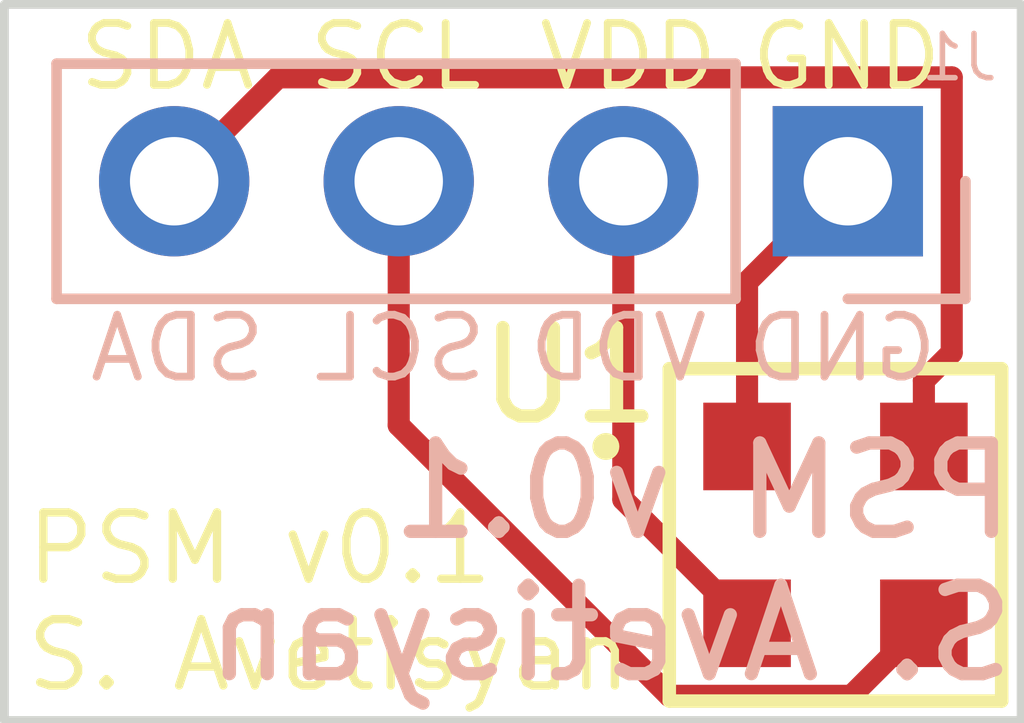
<source format=kicad_pcb>
(kicad_pcb (version 20221018) (generator pcbnew)
  (layers (0 "F.Cu" signal) (31 "B.Cu" signal) (34 "B.Paste" user) (35 "F.Paste" user) (36 "B.SilkS" user "B.Silkscreen") (37 "F.SilkS" user "F.Silkscreen") (38 "B.Mask" user) (39 "F.Mask" user) (44 "Edge.Cuts" user))
  (net 0 "")
  (net 1 "Net-(J1-Pin_1)")
  (net 2 "Net-(J1-Pin_2)")
  (net 3 "Net-(J1-Pin_3)")
  (net 4 "Net-(J1-Pin_4)")
  (footprint "NanoFloat Pressure Sensor:Pressure Sensor Footprint" (layer "F.Cu") (at 148 92)
    (fp_text reference "U1" (at -3 -1.8 unlocked) (layer "F.SilkS"))
    (fp_text value "~" hide)
    (fp_line (start -1.8796 -1.8796) (end -1.8796 1.8796) (stroke (width 0.1524)) (layer "F.SilkS"))
    (fp_line (start -1.8796 1.8796) (end 1.8796 1.8796) (stroke (width 0.1524)) (layer "F.SilkS"))
    (fp_line (start 1.8796 -1.8796) (end -1.8796 -1.8796) (stroke (width 0.1524)) (layer "F.SilkS"))
    (fp_line (start 1.8796 1.8796) (end 1.8796 -1.8796) (stroke (width 0.1524)) (layer "F.SilkS"))
    (fp_circle (center -2.5969 -1) (end -2.5207 -1) (stroke (width 0.1524)) (fill none) (layer "F.SilkS"))
    (pad "1" smd rect (at -1.000001 -1.000001) (size 0.9906 0.9906) (layers "F.Cu" "F.Paste" "F.Mask") (net 1 "Net-(J1-Pin_1)"))
    (pad "2" smd rect (at -1.000001 1.000001) (size 0.9906 0.9906) (layers "F.Cu" "F.Paste" "F.Mask") (net 2 "Net-(J1-Pin_2)"))
    (pad "3" smd rect (at 1.000001 1.000001) (size 0.9906 0.9906) (layers "F.Cu" "F.Paste" "F.Mask") (net 3 "Net-(J1-Pin_3)"))
    (pad "4" smd rect (at 1.000001 -1.000001) (size 0.9906 0.9906) (layers "F.Cu" "F.Paste" "F.Mask") (net 4 "Net-(J1-Pin_4)"))
  )
  (footprint "Connector_PinHeader_2.54mm:PinHeader_1x04_P2.54mm_Vertical" (layer "B.Cu") (at 148.14 88 90)
    (fp_text reference "J1" (at 1.4 1.26 180) (layer "B.SilkS") (effects (font (size 0.5 0.5) (thickness 0.0625)) (justify mirror)))
    (fp_text value "Conn_01x04_Pin" hide)
    (fp_line (start -1.33 -8.95) (end 1.33 -8.95) (stroke (width 0.12)) (layer "B.SilkS"))
    (fp_line (start -1.33 -1.27) (end -1.33 -8.95) (stroke (width 0.12)) (layer "B.SilkS"))
    (fp_line (start -1.33 -1.27) (end 1.33 -1.27) (stroke (width 0.12)) (layer "B.SilkS"))
    (fp_line (start -1.33 0) (end -1.33 1.33) (stroke (width 0.12)) (layer "B.SilkS"))
    (fp_line (start -1.33 1.33) (end 0 1.33) (stroke (width 0.12)) (layer "B.SilkS"))
    (fp_line (start 1.33 -1.27) (end 1.33 -8.95) (stroke (width 0.12)) (layer "B.SilkS"))
    (pad "1" thru_hole rect (at 0 0 90) (size 1.7 1.7) (drill 1) (layers "*.Cu" "*.Mask") (net 1 "Net-(J1-Pin_1)"))
    (pad "2" thru_hole oval (at 0 -2.54 90) (size 1.7 1.7) (drill 1) (layers "*.Cu" "*.Mask") (net 2 "Net-(J1-Pin_2)"))
    (pad "3" thru_hole oval (at 0 -5.08 90) (size 1.7 1.7) (drill 1) (layers "*.Cu" "*.Mask") (net 3 "Net-(J1-Pin_3)"))
    (pad "4" thru_hole oval (at 0 -7.62 90) (size 1.7 1.7) (drill 1) (layers "*.Cu" "*.Mask") (net 4 "Net-(J1-Pin_4)"))
  )
  (gr_rect (start 138.6 86) (end 150.1 94.1) (stroke (width 0.1)) (fill none) (layer "Edge.Cuts"))
  (gr_text "GND" (at 149.2 90.3) (layer "B.SilkS") (effects (font (size 0.7 0.7) (thickness 0.0875)) (justify left bottom mirror)))
  (gr_text "SDA" (at 141.6 90.3) (layer "B.SilkS") (effects (font (size 0.7 0.7) (thickness 0.0875)) (justify left bottom mirror)))
  (gr_text "SCL" (at 144.1 90.3) (layer "B.SilkS") (effects (font (size 0.7 0.7) (thickness 0.0875)) (justify left bottom mirror)))
  (gr_text "VDD" (at 146.6 90.3) (layer "B.SilkS") (effects (font (size 0.7 0.7) (thickness 0.0875)) (justify left bottom mirror)))
  (gr_text "PSM v0.1\nS. Avetisyan" (at 150.1 93.7) (layer "B.SilkS") (effects (font (size 1 1)) (justify left bottom mirror)))
  (gr_text "PSM v0.1\nS. Avetisyan" (at 138.8 93.8) (layer "F.SilkS") (effects (font (size 0.75 0.75) (thickness 0.09375)) (justify left bottom)))
  (gr_text "SDA" (at 139.4 87) (layer "F.SilkS") (effects (font (size 0.7 0.7) (thickness 0.0875)) (justify left bottom)))
  (gr_text "SCL" (at 142 87) (layer "F.SilkS") (effects (font (size 0.7 0.7) (thickness 0.0875)) (justify left bottom)))
  (gr_text "GND" (at 147 87) (layer "F.SilkS") (effects (font (size 0.7 0.7) (thickness 0.0875)) (justify left bottom)))
  (gr_text "VDD" (at 144.6 87) (layer "F.SilkS") (effects (font (size 0.7 0.7) (thickness 0.0875)) (justify left bottom)))
  (segment (start 147 91) (end 147 89.14) (width 0.25) (layer "F.Cu") (net 1))
  (segment (start 147 89.14) (end 148.14 88) (width 0.25) (layer "F.Cu") (net 1))
  (segment (start 145.6 91.600002) (end 145.6 88) (width 0.25) (layer "F.Cu") (net 2))
  (segment (start 147 93.000002) (end 145.6 91.600002) (width 0.25) (layer "F.Cu") (net 2))
  (segment (start 148.179702 93.820302) (end 146.120302 93.820302) (width 0.25) (layer "F.Cu") (net 3))
  (segment (start 146.120302 93.820302) (end 143.06 90.76) (width 0.25) (layer "F.Cu") (net 3))
  (segment (start 143.06 90.76) (end 143.06 88) (width 0.25) (layer "F.Cu") (net 3))
  (segment (start 149.000002 93.000002) (end 148.179702 93.820302) (width 0.25) (layer "F.Cu") (net 3))
  (segment (start 149.315 89.939702) (end 149.315 86.825) (width 0.25) (layer "F.Cu") (net 4))
  (segment (start 149.315 86.825) (end 141.695 86.825) (width 0.25) (layer "F.Cu") (net 4))
  (segment (start 149.000002 91) (end 149.000002 90.2547) (width 0.25) (layer "F.Cu") (net 4))
  (segment (start 149.000002 90.2547) (end 149.315 89.939702) (width 0.25) (layer "F.Cu") (net 4))
  (segment (start 141.695 86.825) (end 140.52 88) (width 0.25) (layer "F.Cu") (net 4))
)
</source>
